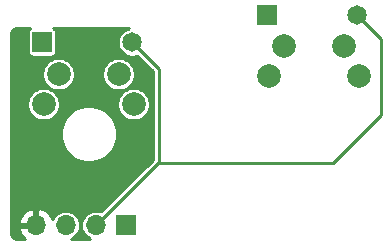
<source format=gbr>
G04 #@! TF.GenerationSoftware,KiCad,Pcbnew,(5.1.0)-1*
G04 #@! TF.CreationDate,2020-09-29T23:23:25+10:00*
G04 #@! TF.ProjectId,oddball,6f646462-616c-46c2-9e6b-696361645f70,rev?*
G04 #@! TF.SameCoordinates,Original*
G04 #@! TF.FileFunction,Copper,L1,Top*
G04 #@! TF.FilePolarity,Positive*
%FSLAX46Y46*%
G04 Gerber Fmt 4.6, Leading zero omitted, Abs format (unit mm)*
G04 Created by KiCad (PCBNEW (5.1.0)-1) date 2020-09-29 23:23:25*
%MOMM*%
%LPD*%
G04 APERTURE LIST*
%ADD10R,1.700000X1.700000*%
%ADD11O,1.700000X1.700000*%
%ADD12R,1.651000X1.651000*%
%ADD13C,1.651000*%
%ADD14C,2.000000*%
%ADD15C,0.250000*%
%ADD16C,0.254000*%
G04 APERTURE END LIST*
D10*
X213740000Y-114850000D03*
D11*
X211200000Y-114850000D03*
X208660000Y-114850000D03*
X206120000Y-114850000D03*
D12*
X225660000Y-97060000D03*
D13*
X233280000Y-97060000D03*
D12*
X206640000Y-99370000D03*
D13*
X214260000Y-99370000D03*
D14*
X208060000Y-102070000D03*
X214410000Y-104610000D03*
X206790000Y-104610000D03*
X213140000Y-102070000D03*
X227110000Y-99700000D03*
X233460000Y-102240000D03*
X225840000Y-102240000D03*
X232190000Y-99700000D03*
D15*
X216518701Y-109618701D02*
X216618701Y-109618701D01*
X232840000Y-108040000D02*
X235340000Y-105540000D01*
X231261299Y-109618701D02*
X232840000Y-108040000D01*
X231280000Y-109600000D02*
X232840000Y-108040000D01*
X216431299Y-109618701D02*
X216618701Y-109618701D01*
X216518701Y-101628701D02*
X216518701Y-109618701D01*
X235340000Y-105540000D02*
X235340000Y-99120000D01*
X219736322Y-109600000D02*
X219755023Y-109618701D01*
X235340000Y-99120000D02*
X233280000Y-97060000D01*
X216618701Y-109618701D02*
X231261299Y-109618701D01*
X219755023Y-109618701D02*
X220444977Y-109618701D01*
X220463678Y-109600000D02*
X231280000Y-109600000D01*
X214260000Y-99370000D02*
X216518701Y-101628701D01*
X211200000Y-114850000D02*
X216431299Y-109618701D01*
X216431299Y-109618701D02*
X216518701Y-109618701D01*
X220444977Y-109618701D02*
X220463678Y-109600000D01*
D16*
G36*
X205601804Y-98226178D02*
G01*
X205543789Y-98273789D01*
X205496178Y-98331804D01*
X205460799Y-98397992D01*
X205439013Y-98469811D01*
X205431657Y-98544500D01*
X205431657Y-100195500D01*
X205439013Y-100270189D01*
X205460799Y-100342008D01*
X205496178Y-100408196D01*
X205543789Y-100466211D01*
X205601804Y-100513822D01*
X205667992Y-100549201D01*
X205739811Y-100570987D01*
X205814500Y-100578343D01*
X207465500Y-100578343D01*
X207540189Y-100570987D01*
X207612008Y-100549201D01*
X207678196Y-100513822D01*
X207736211Y-100466211D01*
X207783822Y-100408196D01*
X207819201Y-100342008D01*
X207840987Y-100270189D01*
X207848343Y-100195500D01*
X207848343Y-98544500D01*
X207840987Y-98469811D01*
X207819201Y-98397992D01*
X207783822Y-98331804D01*
X207736211Y-98273789D01*
X207678196Y-98226178D01*
X207617061Y-98193500D01*
X213990350Y-98193500D01*
X213908077Y-98209865D01*
X213688508Y-98300813D01*
X213490901Y-98432850D01*
X213322850Y-98600901D01*
X213190813Y-98798508D01*
X213099865Y-99018077D01*
X213053500Y-99251170D01*
X213053500Y-99488830D01*
X213099865Y-99721923D01*
X213190813Y-99941492D01*
X213322850Y-100139099D01*
X213490901Y-100307150D01*
X213688508Y-100439187D01*
X213908077Y-100530135D01*
X214141170Y-100576500D01*
X214378830Y-100576500D01*
X214611923Y-100530135D01*
X214677416Y-100503007D01*
X216012701Y-101838293D01*
X216012702Y-109321706D01*
X211637949Y-113696459D01*
X211441318Y-113636812D01*
X211260472Y-113619000D01*
X211139528Y-113619000D01*
X210958682Y-113636812D01*
X210726637Y-113707202D01*
X210512784Y-113821509D01*
X210325340Y-113975340D01*
X210171509Y-114162784D01*
X210057202Y-114376637D01*
X209986812Y-114608682D01*
X209963044Y-114850000D01*
X209986812Y-115091318D01*
X210057202Y-115323363D01*
X210171509Y-115537216D01*
X210325340Y-115724660D01*
X210512784Y-115878491D01*
X210726637Y-115992798D01*
X210730632Y-115994010D01*
X209129368Y-115994010D01*
X209133363Y-115992798D01*
X209347216Y-115878491D01*
X209534660Y-115724660D01*
X209688491Y-115537216D01*
X209802798Y-115323363D01*
X209873188Y-115091318D01*
X209896956Y-114850000D01*
X209873188Y-114608682D01*
X209802798Y-114376637D01*
X209688491Y-114162784D01*
X209534660Y-113975340D01*
X209347216Y-113821509D01*
X209133363Y-113707202D01*
X208901318Y-113636812D01*
X208720472Y-113619000D01*
X208599528Y-113619000D01*
X208418682Y-113636812D01*
X208186637Y-113707202D01*
X207972784Y-113821509D01*
X207785340Y-113975340D01*
X207631509Y-114162784D01*
X207518983Y-114373305D01*
X207464157Y-114218748D01*
X207315178Y-113968645D01*
X207120269Y-113752412D01*
X206886920Y-113578359D01*
X206624099Y-113453175D01*
X206476890Y-113408524D01*
X206247000Y-113529845D01*
X206247000Y-114723000D01*
X206267000Y-114723000D01*
X206267000Y-114977000D01*
X206247000Y-114977000D01*
X206247000Y-114997000D01*
X205993000Y-114997000D01*
X205993000Y-114977000D01*
X204799186Y-114977000D01*
X204678519Y-115206891D01*
X204775843Y-115481252D01*
X204924822Y-115731355D01*
X205119731Y-115947588D01*
X205181968Y-115994010D01*
X204532606Y-115994010D01*
X204492431Y-115992737D01*
X204459952Y-115989672D01*
X204427783Y-115984576D01*
X204395990Y-115977471D01*
X204364752Y-115968393D01*
X204334070Y-115957342D01*
X204304113Y-115944377D01*
X204275078Y-115929587D01*
X204247046Y-115913004D01*
X204220034Y-115894652D01*
X204194330Y-115874716D01*
X204169898Y-115853172D01*
X204146828Y-115830102D01*
X204125284Y-115805670D01*
X204105344Y-115779961D01*
X204086997Y-115752957D01*
X204070413Y-115724922D01*
X204055623Y-115695887D01*
X204042658Y-115665930D01*
X204031607Y-115635248D01*
X204022529Y-115604010D01*
X204015425Y-115572219D01*
X204010328Y-115540048D01*
X204007263Y-115507569D01*
X204005990Y-115467395D01*
X204005990Y-114493109D01*
X204678519Y-114493109D01*
X204799186Y-114723000D01*
X205993000Y-114723000D01*
X205993000Y-113529845D01*
X205763110Y-113408524D01*
X205615901Y-113453175D01*
X205353080Y-113578359D01*
X205119731Y-113752412D01*
X204924822Y-113968645D01*
X204775843Y-114218748D01*
X204678519Y-114493109D01*
X204005990Y-114493109D01*
X204005990Y-106916093D01*
X208225100Y-106916093D01*
X208225100Y-107383907D01*
X208316366Y-107842733D01*
X208495391Y-108274937D01*
X208755295Y-108663910D01*
X209086090Y-108994705D01*
X209475063Y-109254609D01*
X209907267Y-109433634D01*
X210366093Y-109524900D01*
X210833907Y-109524900D01*
X211292733Y-109433634D01*
X211724937Y-109254609D01*
X212113910Y-108994705D01*
X212444705Y-108663910D01*
X212704609Y-108274937D01*
X212883634Y-107842733D01*
X212974900Y-107383907D01*
X212974900Y-106916093D01*
X212883634Y-106457267D01*
X212704609Y-106025063D01*
X212444705Y-105636090D01*
X212113910Y-105305295D01*
X211724937Y-105045391D01*
X211292733Y-104866366D01*
X210833907Y-104775100D01*
X210366093Y-104775100D01*
X209907267Y-104866366D01*
X209475063Y-105045391D01*
X209086090Y-105305295D01*
X208755295Y-105636090D01*
X208495391Y-106025063D01*
X208316366Y-106457267D01*
X208225100Y-106916093D01*
X204005990Y-106916093D01*
X204005990Y-104473983D01*
X205409000Y-104473983D01*
X205409000Y-104746017D01*
X205462071Y-105012823D01*
X205566174Y-105264149D01*
X205717307Y-105490336D01*
X205909664Y-105682693D01*
X206135851Y-105833826D01*
X206387177Y-105937929D01*
X206653983Y-105991000D01*
X206926017Y-105991000D01*
X207192823Y-105937929D01*
X207444149Y-105833826D01*
X207670336Y-105682693D01*
X207862693Y-105490336D01*
X208013826Y-105264149D01*
X208117929Y-105012823D01*
X208171000Y-104746017D01*
X208171000Y-104473983D01*
X213029000Y-104473983D01*
X213029000Y-104746017D01*
X213082071Y-105012823D01*
X213186174Y-105264149D01*
X213337307Y-105490336D01*
X213529664Y-105682693D01*
X213755851Y-105833826D01*
X214007177Y-105937929D01*
X214273983Y-105991000D01*
X214546017Y-105991000D01*
X214812823Y-105937929D01*
X215064149Y-105833826D01*
X215290336Y-105682693D01*
X215482693Y-105490336D01*
X215633826Y-105264149D01*
X215737929Y-105012823D01*
X215791000Y-104746017D01*
X215791000Y-104473983D01*
X215737929Y-104207177D01*
X215633826Y-103955851D01*
X215482693Y-103729664D01*
X215290336Y-103537307D01*
X215064149Y-103386174D01*
X214812823Y-103282071D01*
X214546017Y-103229000D01*
X214273983Y-103229000D01*
X214007177Y-103282071D01*
X213755851Y-103386174D01*
X213529664Y-103537307D01*
X213337307Y-103729664D01*
X213186174Y-103955851D01*
X213082071Y-104207177D01*
X213029000Y-104473983D01*
X208171000Y-104473983D01*
X208117929Y-104207177D01*
X208013826Y-103955851D01*
X207862693Y-103729664D01*
X207670336Y-103537307D01*
X207444149Y-103386174D01*
X207192823Y-103282071D01*
X206926017Y-103229000D01*
X206653983Y-103229000D01*
X206387177Y-103282071D01*
X206135851Y-103386174D01*
X205909664Y-103537307D01*
X205717307Y-103729664D01*
X205566174Y-103955851D01*
X205462071Y-104207177D01*
X205409000Y-104473983D01*
X204005990Y-104473983D01*
X204005990Y-101933983D01*
X206679000Y-101933983D01*
X206679000Y-102206017D01*
X206732071Y-102472823D01*
X206836174Y-102724149D01*
X206987307Y-102950336D01*
X207179664Y-103142693D01*
X207405851Y-103293826D01*
X207657177Y-103397929D01*
X207923983Y-103451000D01*
X208196017Y-103451000D01*
X208462823Y-103397929D01*
X208714149Y-103293826D01*
X208940336Y-103142693D01*
X209132693Y-102950336D01*
X209283826Y-102724149D01*
X209387929Y-102472823D01*
X209441000Y-102206017D01*
X209441000Y-101933983D01*
X211759000Y-101933983D01*
X211759000Y-102206017D01*
X211812071Y-102472823D01*
X211916174Y-102724149D01*
X212067307Y-102950336D01*
X212259664Y-103142693D01*
X212485851Y-103293826D01*
X212737177Y-103397929D01*
X213003983Y-103451000D01*
X213276017Y-103451000D01*
X213542823Y-103397929D01*
X213794149Y-103293826D01*
X214020336Y-103142693D01*
X214212693Y-102950336D01*
X214363826Y-102724149D01*
X214467929Y-102472823D01*
X214521000Y-102206017D01*
X214521000Y-101933983D01*
X214467929Y-101667177D01*
X214363826Y-101415851D01*
X214212693Y-101189664D01*
X214020336Y-100997307D01*
X213794149Y-100846174D01*
X213542823Y-100742071D01*
X213276017Y-100689000D01*
X213003983Y-100689000D01*
X212737177Y-100742071D01*
X212485851Y-100846174D01*
X212259664Y-100997307D01*
X212067307Y-101189664D01*
X211916174Y-101415851D01*
X211812071Y-101667177D01*
X211759000Y-101933983D01*
X209441000Y-101933983D01*
X209387929Y-101667177D01*
X209283826Y-101415851D01*
X209132693Y-101189664D01*
X208940336Y-100997307D01*
X208714149Y-100846174D01*
X208462823Y-100742071D01*
X208196017Y-100689000D01*
X207923983Y-100689000D01*
X207657177Y-100742071D01*
X207405851Y-100846174D01*
X207179664Y-100997307D01*
X206987307Y-101189664D01*
X206836174Y-101415851D01*
X206732071Y-101667177D01*
X206679000Y-101933983D01*
X204005990Y-101933983D01*
X204005990Y-98720101D01*
X204007262Y-98679952D01*
X204010329Y-98647459D01*
X204015430Y-98615240D01*
X204022520Y-98583515D01*
X204031596Y-98552296D01*
X204042674Y-98521542D01*
X204055666Y-98491496D01*
X204070365Y-98462634D01*
X204086966Y-98434603D01*
X204105334Y-98407552D01*
X204125197Y-98381963D01*
X204146958Y-98357295D01*
X204169967Y-98334239D01*
X204194220Y-98312879D01*
X204220015Y-98292873D01*
X204247064Y-98274500D01*
X204275078Y-98257918D01*
X204304211Y-98243089D01*
X204334269Y-98230054D01*
X204364683Y-98219094D01*
X204395882Y-98210043D01*
X204427673Y-98202939D01*
X204459842Y-98197858D01*
X204492471Y-98194780D01*
X204532645Y-98193500D01*
X205662939Y-98193500D01*
X205601804Y-98226178D01*
X205601804Y-98226178D01*
G37*
X205601804Y-98226178D02*
X205543789Y-98273789D01*
X205496178Y-98331804D01*
X205460799Y-98397992D01*
X205439013Y-98469811D01*
X205431657Y-98544500D01*
X205431657Y-100195500D01*
X205439013Y-100270189D01*
X205460799Y-100342008D01*
X205496178Y-100408196D01*
X205543789Y-100466211D01*
X205601804Y-100513822D01*
X205667992Y-100549201D01*
X205739811Y-100570987D01*
X205814500Y-100578343D01*
X207465500Y-100578343D01*
X207540189Y-100570987D01*
X207612008Y-100549201D01*
X207678196Y-100513822D01*
X207736211Y-100466211D01*
X207783822Y-100408196D01*
X207819201Y-100342008D01*
X207840987Y-100270189D01*
X207848343Y-100195500D01*
X207848343Y-98544500D01*
X207840987Y-98469811D01*
X207819201Y-98397992D01*
X207783822Y-98331804D01*
X207736211Y-98273789D01*
X207678196Y-98226178D01*
X207617061Y-98193500D01*
X213990350Y-98193500D01*
X213908077Y-98209865D01*
X213688508Y-98300813D01*
X213490901Y-98432850D01*
X213322850Y-98600901D01*
X213190813Y-98798508D01*
X213099865Y-99018077D01*
X213053500Y-99251170D01*
X213053500Y-99488830D01*
X213099865Y-99721923D01*
X213190813Y-99941492D01*
X213322850Y-100139099D01*
X213490901Y-100307150D01*
X213688508Y-100439187D01*
X213908077Y-100530135D01*
X214141170Y-100576500D01*
X214378830Y-100576500D01*
X214611923Y-100530135D01*
X214677416Y-100503007D01*
X216012701Y-101838293D01*
X216012702Y-109321706D01*
X211637949Y-113696459D01*
X211441318Y-113636812D01*
X211260472Y-113619000D01*
X211139528Y-113619000D01*
X210958682Y-113636812D01*
X210726637Y-113707202D01*
X210512784Y-113821509D01*
X210325340Y-113975340D01*
X210171509Y-114162784D01*
X210057202Y-114376637D01*
X209986812Y-114608682D01*
X209963044Y-114850000D01*
X209986812Y-115091318D01*
X210057202Y-115323363D01*
X210171509Y-115537216D01*
X210325340Y-115724660D01*
X210512784Y-115878491D01*
X210726637Y-115992798D01*
X210730632Y-115994010D01*
X209129368Y-115994010D01*
X209133363Y-115992798D01*
X209347216Y-115878491D01*
X209534660Y-115724660D01*
X209688491Y-115537216D01*
X209802798Y-115323363D01*
X209873188Y-115091318D01*
X209896956Y-114850000D01*
X209873188Y-114608682D01*
X209802798Y-114376637D01*
X209688491Y-114162784D01*
X209534660Y-113975340D01*
X209347216Y-113821509D01*
X209133363Y-113707202D01*
X208901318Y-113636812D01*
X208720472Y-113619000D01*
X208599528Y-113619000D01*
X208418682Y-113636812D01*
X208186637Y-113707202D01*
X207972784Y-113821509D01*
X207785340Y-113975340D01*
X207631509Y-114162784D01*
X207518983Y-114373305D01*
X207464157Y-114218748D01*
X207315178Y-113968645D01*
X207120269Y-113752412D01*
X206886920Y-113578359D01*
X206624099Y-113453175D01*
X206476890Y-113408524D01*
X206247000Y-113529845D01*
X206247000Y-114723000D01*
X206267000Y-114723000D01*
X206267000Y-114977000D01*
X206247000Y-114977000D01*
X206247000Y-114997000D01*
X205993000Y-114997000D01*
X205993000Y-114977000D01*
X204799186Y-114977000D01*
X204678519Y-115206891D01*
X204775843Y-115481252D01*
X204924822Y-115731355D01*
X205119731Y-115947588D01*
X205181968Y-115994010D01*
X204532606Y-115994010D01*
X204492431Y-115992737D01*
X204459952Y-115989672D01*
X204427783Y-115984576D01*
X204395990Y-115977471D01*
X204364752Y-115968393D01*
X204334070Y-115957342D01*
X204304113Y-115944377D01*
X204275078Y-115929587D01*
X204247046Y-115913004D01*
X204220034Y-115894652D01*
X204194330Y-115874716D01*
X204169898Y-115853172D01*
X204146828Y-115830102D01*
X204125284Y-115805670D01*
X204105344Y-115779961D01*
X204086997Y-115752957D01*
X204070413Y-115724922D01*
X204055623Y-115695887D01*
X204042658Y-115665930D01*
X204031607Y-115635248D01*
X204022529Y-115604010D01*
X204015425Y-115572219D01*
X204010328Y-115540048D01*
X204007263Y-115507569D01*
X204005990Y-115467395D01*
X204005990Y-114493109D01*
X204678519Y-114493109D01*
X204799186Y-114723000D01*
X205993000Y-114723000D01*
X205993000Y-113529845D01*
X205763110Y-113408524D01*
X205615901Y-113453175D01*
X205353080Y-113578359D01*
X205119731Y-113752412D01*
X204924822Y-113968645D01*
X204775843Y-114218748D01*
X204678519Y-114493109D01*
X204005990Y-114493109D01*
X204005990Y-106916093D01*
X208225100Y-106916093D01*
X208225100Y-107383907D01*
X208316366Y-107842733D01*
X208495391Y-108274937D01*
X208755295Y-108663910D01*
X209086090Y-108994705D01*
X209475063Y-109254609D01*
X209907267Y-109433634D01*
X210366093Y-109524900D01*
X210833907Y-109524900D01*
X211292733Y-109433634D01*
X211724937Y-109254609D01*
X212113910Y-108994705D01*
X212444705Y-108663910D01*
X212704609Y-108274937D01*
X212883634Y-107842733D01*
X212974900Y-107383907D01*
X212974900Y-106916093D01*
X212883634Y-106457267D01*
X212704609Y-106025063D01*
X212444705Y-105636090D01*
X212113910Y-105305295D01*
X211724937Y-105045391D01*
X211292733Y-104866366D01*
X210833907Y-104775100D01*
X210366093Y-104775100D01*
X209907267Y-104866366D01*
X209475063Y-105045391D01*
X209086090Y-105305295D01*
X208755295Y-105636090D01*
X208495391Y-106025063D01*
X208316366Y-106457267D01*
X208225100Y-106916093D01*
X204005990Y-106916093D01*
X204005990Y-104473983D01*
X205409000Y-104473983D01*
X205409000Y-104746017D01*
X205462071Y-105012823D01*
X205566174Y-105264149D01*
X205717307Y-105490336D01*
X205909664Y-105682693D01*
X206135851Y-105833826D01*
X206387177Y-105937929D01*
X206653983Y-105991000D01*
X206926017Y-105991000D01*
X207192823Y-105937929D01*
X207444149Y-105833826D01*
X207670336Y-105682693D01*
X207862693Y-105490336D01*
X208013826Y-105264149D01*
X208117929Y-105012823D01*
X208171000Y-104746017D01*
X208171000Y-104473983D01*
X213029000Y-104473983D01*
X213029000Y-104746017D01*
X213082071Y-105012823D01*
X213186174Y-105264149D01*
X213337307Y-105490336D01*
X213529664Y-105682693D01*
X213755851Y-105833826D01*
X214007177Y-105937929D01*
X214273983Y-105991000D01*
X214546017Y-105991000D01*
X214812823Y-105937929D01*
X215064149Y-105833826D01*
X215290336Y-105682693D01*
X215482693Y-105490336D01*
X215633826Y-105264149D01*
X215737929Y-105012823D01*
X215791000Y-104746017D01*
X215791000Y-104473983D01*
X215737929Y-104207177D01*
X215633826Y-103955851D01*
X215482693Y-103729664D01*
X215290336Y-103537307D01*
X215064149Y-103386174D01*
X214812823Y-103282071D01*
X214546017Y-103229000D01*
X214273983Y-103229000D01*
X214007177Y-103282071D01*
X213755851Y-103386174D01*
X213529664Y-103537307D01*
X213337307Y-103729664D01*
X213186174Y-103955851D01*
X213082071Y-104207177D01*
X213029000Y-104473983D01*
X208171000Y-104473983D01*
X208117929Y-104207177D01*
X208013826Y-103955851D01*
X207862693Y-103729664D01*
X207670336Y-103537307D01*
X207444149Y-103386174D01*
X207192823Y-103282071D01*
X206926017Y-103229000D01*
X206653983Y-103229000D01*
X206387177Y-103282071D01*
X206135851Y-103386174D01*
X205909664Y-103537307D01*
X205717307Y-103729664D01*
X205566174Y-103955851D01*
X205462071Y-104207177D01*
X205409000Y-104473983D01*
X204005990Y-104473983D01*
X204005990Y-101933983D01*
X206679000Y-101933983D01*
X206679000Y-102206017D01*
X206732071Y-102472823D01*
X206836174Y-102724149D01*
X206987307Y-102950336D01*
X207179664Y-103142693D01*
X207405851Y-103293826D01*
X207657177Y-103397929D01*
X207923983Y-103451000D01*
X208196017Y-103451000D01*
X208462823Y-103397929D01*
X208714149Y-103293826D01*
X208940336Y-103142693D01*
X209132693Y-102950336D01*
X209283826Y-102724149D01*
X209387929Y-102472823D01*
X209441000Y-102206017D01*
X209441000Y-101933983D01*
X211759000Y-101933983D01*
X211759000Y-102206017D01*
X211812071Y-102472823D01*
X211916174Y-102724149D01*
X212067307Y-102950336D01*
X212259664Y-103142693D01*
X212485851Y-103293826D01*
X212737177Y-103397929D01*
X213003983Y-103451000D01*
X213276017Y-103451000D01*
X213542823Y-103397929D01*
X213794149Y-103293826D01*
X214020336Y-103142693D01*
X214212693Y-102950336D01*
X214363826Y-102724149D01*
X214467929Y-102472823D01*
X214521000Y-102206017D01*
X214521000Y-101933983D01*
X214467929Y-101667177D01*
X214363826Y-101415851D01*
X214212693Y-101189664D01*
X214020336Y-100997307D01*
X213794149Y-100846174D01*
X213542823Y-100742071D01*
X213276017Y-100689000D01*
X213003983Y-100689000D01*
X212737177Y-100742071D01*
X212485851Y-100846174D01*
X212259664Y-100997307D01*
X212067307Y-101189664D01*
X211916174Y-101415851D01*
X211812071Y-101667177D01*
X211759000Y-101933983D01*
X209441000Y-101933983D01*
X209387929Y-101667177D01*
X209283826Y-101415851D01*
X209132693Y-101189664D01*
X208940336Y-100997307D01*
X208714149Y-100846174D01*
X208462823Y-100742071D01*
X208196017Y-100689000D01*
X207923983Y-100689000D01*
X207657177Y-100742071D01*
X207405851Y-100846174D01*
X207179664Y-100997307D01*
X206987307Y-101189664D01*
X206836174Y-101415851D01*
X206732071Y-101667177D01*
X206679000Y-101933983D01*
X204005990Y-101933983D01*
X204005990Y-98720101D01*
X204007262Y-98679952D01*
X204010329Y-98647459D01*
X204015430Y-98615240D01*
X204022520Y-98583515D01*
X204031596Y-98552296D01*
X204042674Y-98521542D01*
X204055666Y-98491496D01*
X204070365Y-98462634D01*
X204086966Y-98434603D01*
X204105334Y-98407552D01*
X204125197Y-98381963D01*
X204146958Y-98357295D01*
X204169967Y-98334239D01*
X204194220Y-98312879D01*
X204220015Y-98292873D01*
X204247064Y-98274500D01*
X204275078Y-98257918D01*
X204304211Y-98243089D01*
X204334269Y-98230054D01*
X204364683Y-98219094D01*
X204395882Y-98210043D01*
X204427673Y-98202939D01*
X204459842Y-98197858D01*
X204492471Y-98194780D01*
X204532645Y-98193500D01*
X205662939Y-98193500D01*
X205601804Y-98226178D01*
M02*

</source>
